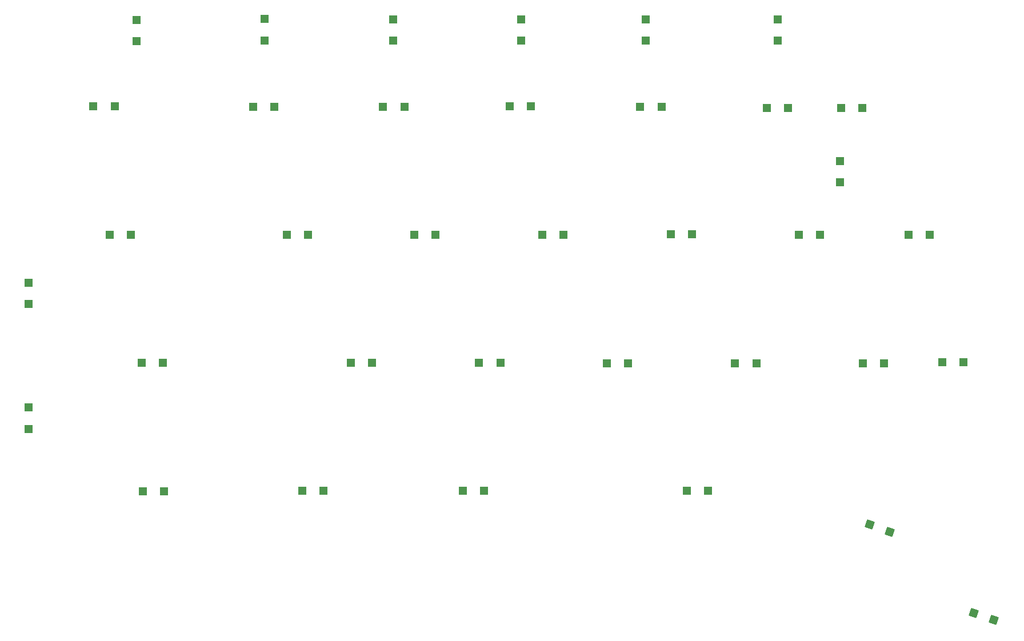
<source format=gtp>
G04 #@! TF.GenerationSoftware,KiCad,Pcbnew,(6.0.10-0)*
G04 #@! TF.CreationDate,2022-12-24T00:39:50-08:00*
G04 #@! TF.ProjectId,left,6c656674-2e6b-4696-9361-645f70636258,rev?*
G04 #@! TF.SameCoordinates,Original*
G04 #@! TF.FileFunction,Paste,Top*
G04 #@! TF.FilePolarity,Positive*
%FSLAX46Y46*%
G04 Gerber Fmt 4.6, Leading zero omitted, Abs format (unit mm)*
G04 Created by KiCad (PCBNEW (6.0.10-0)) date 2022-12-24 00:39:50*
%MOMM*%
%LPD*%
G01*
G04 APERTURE LIST*
G04 Aperture macros list*
%AMRotRect*
0 Rectangle, with rotation*
0 The origin of the aperture is its center*
0 $1 length*
0 $2 width*
0 $3 Rotation angle, in degrees counterclockwise*
0 Add horizontal line*
21,1,$1,$2,0,0,$3*%
G04 Aperture macros list end*
%ADD10R,1.200000X1.200000*%
%ADD11RotRect,1.200000X1.200000X160.000000*%
G04 APERTURE END LIST*
D10*
X76000000Y-39150000D03*
X76000000Y-36000000D03*
X95000000Y-39000000D03*
X95000000Y-35850000D03*
X114000000Y-39075000D03*
X114000000Y-35925000D03*
X72775000Y-48800000D03*
X69625000Y-48800000D03*
X75175000Y-67800000D03*
X72025000Y-67800000D03*
X79925000Y-86825000D03*
X76775000Y-86825000D03*
X80100000Y-105850000D03*
X76950000Y-105850000D03*
X101400000Y-67850000D03*
X98250000Y-67850000D03*
X103700000Y-105775000D03*
X100550000Y-105775000D03*
X115700000Y-48825000D03*
X112550000Y-48825000D03*
X120325000Y-67800000D03*
X117175000Y-67800000D03*
X129925000Y-86825000D03*
X126775000Y-86825000D03*
X127525000Y-105800000D03*
X124375000Y-105800000D03*
X133000000Y-39075000D03*
X133000000Y-35925000D03*
X134450000Y-48800000D03*
X131300000Y-48800000D03*
X139300000Y-67825000D03*
X136150000Y-67825000D03*
X148875000Y-86850000D03*
X145725000Y-86850000D03*
X160675000Y-105800000D03*
X157525000Y-105800000D03*
X151500000Y-39075000D03*
X151500000Y-35925000D03*
X153800000Y-48825000D03*
X150650000Y-48825000D03*
X158350000Y-67775000D03*
X155200000Y-67775000D03*
X167850000Y-86850000D03*
X164700000Y-86850000D03*
X171000000Y-39075000D03*
X171000000Y-35925000D03*
X172575000Y-49000000D03*
X169425000Y-49000000D03*
X177275000Y-67825000D03*
X174125000Y-67825000D03*
X186800000Y-86850000D03*
X183650000Y-86850000D03*
D11*
X203030016Y-124913682D03*
X200069984Y-123836318D03*
D10*
X183575000Y-49000000D03*
X180425000Y-49000000D03*
X180280000Y-60075000D03*
X180280000Y-56925000D03*
X193575000Y-67825000D03*
X190425000Y-67825000D03*
X110900000Y-86825000D03*
X107750000Y-86825000D03*
X96450000Y-48850000D03*
X93300000Y-48850000D03*
X198575000Y-86725000D03*
X195425000Y-86725000D03*
D11*
X187580016Y-111838682D03*
X184619984Y-110761318D03*
D10*
X60000000Y-78075000D03*
X60000000Y-74925000D03*
X60000000Y-96575000D03*
X60000000Y-93425000D03*
M02*

</source>
